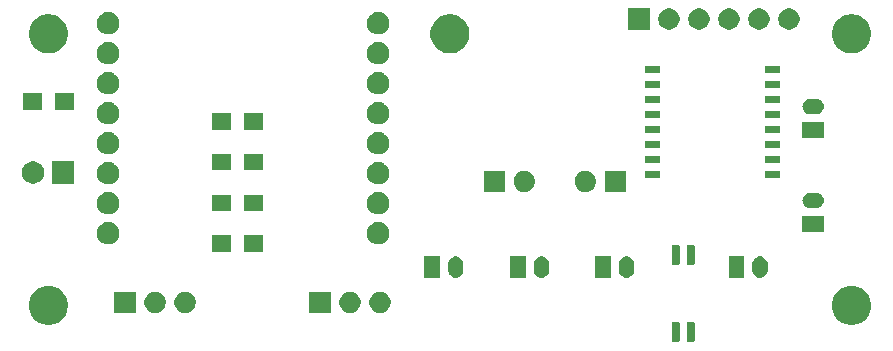
<source format=gbr>
G04 #@! TF.GenerationSoftware,KiCad,Pcbnew,5.1.5-52549c5~84~ubuntu18.04.1*
G04 #@! TF.CreationDate,2020-01-11T10:09:31+01:00*
G04 #@! TF.ProjectId,ESPControllerCircuit,45535043-6f6e-4747-926f-6c6c65724369,rev?*
G04 #@! TF.SameCoordinates,Original*
G04 #@! TF.FileFunction,Soldermask,Top*
G04 #@! TF.FilePolarity,Negative*
%FSLAX46Y46*%
G04 Gerber Fmt 4.6, Leading zero omitted, Abs format (unit mm)*
G04 Created by KiCad (PCBNEW 5.1.5-52549c5~84~ubuntu18.04.1) date 2020-01-11 10:09:31*
%MOMM*%
%LPD*%
G04 APERTURE LIST*
%ADD10C,0.100000*%
G04 APERTURE END LIST*
D10*
G36*
X130629987Y-129901524D02*
G01*
X130648730Y-129907210D01*
X130665997Y-129916439D01*
X130681136Y-129928864D01*
X130693561Y-129944003D01*
X130702790Y-129961270D01*
X130708476Y-129980013D01*
X130711000Y-130005640D01*
X130711000Y-131494360D01*
X130708476Y-131519987D01*
X130702790Y-131538730D01*
X130693561Y-131555997D01*
X130681136Y-131571136D01*
X130665997Y-131583561D01*
X130648730Y-131592790D01*
X130629987Y-131598476D01*
X130604360Y-131601000D01*
X130165640Y-131601000D01*
X130140013Y-131598476D01*
X130121270Y-131592790D01*
X130104003Y-131583561D01*
X130088864Y-131571136D01*
X130076439Y-131555997D01*
X130067210Y-131538730D01*
X130061524Y-131519987D01*
X130059000Y-131494360D01*
X130059000Y-130005640D01*
X130061524Y-129980013D01*
X130067210Y-129961270D01*
X130076439Y-129944003D01*
X130088864Y-129928864D01*
X130104003Y-129916439D01*
X130121270Y-129907210D01*
X130140013Y-129901524D01*
X130165640Y-129899000D01*
X130604360Y-129899000D01*
X130629987Y-129901524D01*
G37*
G36*
X129359987Y-129901524D02*
G01*
X129378730Y-129907210D01*
X129395997Y-129916439D01*
X129411136Y-129928864D01*
X129423561Y-129944003D01*
X129432790Y-129961270D01*
X129438476Y-129980013D01*
X129441000Y-130005640D01*
X129441000Y-131494360D01*
X129438476Y-131519987D01*
X129432790Y-131538730D01*
X129423561Y-131555997D01*
X129411136Y-131571136D01*
X129395997Y-131583561D01*
X129378730Y-131592790D01*
X129359987Y-131598476D01*
X129334360Y-131601000D01*
X128895640Y-131601000D01*
X128870013Y-131598476D01*
X128851270Y-131592790D01*
X128834003Y-131583561D01*
X128818864Y-131571136D01*
X128806439Y-131555997D01*
X128797210Y-131538730D01*
X128791524Y-131519987D01*
X128789000Y-131494360D01*
X128789000Y-130005640D01*
X128791524Y-129980013D01*
X128797210Y-129961270D01*
X128806439Y-129944003D01*
X128818864Y-129928864D01*
X128834003Y-129916439D01*
X128851270Y-129907210D01*
X128870013Y-129901524D01*
X128895640Y-129899000D01*
X129334360Y-129899000D01*
X129359987Y-129901524D01*
G37*
G36*
X144375256Y-126891298D02*
G01*
X144481579Y-126912447D01*
X144782042Y-127036903D01*
X145052451Y-127217585D01*
X145282415Y-127447549D01*
X145463097Y-127717958D01*
X145574616Y-127987188D01*
X145587553Y-128018422D01*
X145651000Y-128337389D01*
X145651000Y-128662611D01*
X145618827Y-128824353D01*
X145587553Y-128981579D01*
X145463097Y-129282042D01*
X145282415Y-129552451D01*
X145052451Y-129782415D01*
X144782042Y-129963097D01*
X144782041Y-129963098D01*
X144782040Y-129963098D01*
X144741203Y-129980013D01*
X144481579Y-130087553D01*
X144375256Y-130108702D01*
X144162611Y-130151000D01*
X143837389Y-130151000D01*
X143624744Y-130108702D01*
X143518421Y-130087553D01*
X143258797Y-129980013D01*
X143217960Y-129963098D01*
X143217959Y-129963098D01*
X143217958Y-129963097D01*
X142947549Y-129782415D01*
X142717585Y-129552451D01*
X142536903Y-129282042D01*
X142412447Y-128981579D01*
X142381173Y-128824353D01*
X142349000Y-128662611D01*
X142349000Y-128337389D01*
X142412447Y-128018422D01*
X142425385Y-127987188D01*
X142536903Y-127717958D01*
X142717585Y-127447549D01*
X142947549Y-127217585D01*
X143217958Y-127036903D01*
X143518421Y-126912447D01*
X143624744Y-126891298D01*
X143837389Y-126849000D01*
X144162611Y-126849000D01*
X144375256Y-126891298D01*
G37*
G36*
X76375256Y-126891298D02*
G01*
X76481579Y-126912447D01*
X76782042Y-127036903D01*
X77052451Y-127217585D01*
X77282415Y-127447549D01*
X77463097Y-127717958D01*
X77574616Y-127987188D01*
X77587553Y-128018422D01*
X77651000Y-128337389D01*
X77651000Y-128662611D01*
X77618827Y-128824353D01*
X77587553Y-128981579D01*
X77463097Y-129282042D01*
X77282415Y-129552451D01*
X77052451Y-129782415D01*
X76782042Y-129963097D01*
X76782041Y-129963098D01*
X76782040Y-129963098D01*
X76741203Y-129980013D01*
X76481579Y-130087553D01*
X76375256Y-130108702D01*
X76162611Y-130151000D01*
X75837389Y-130151000D01*
X75624744Y-130108702D01*
X75518421Y-130087553D01*
X75258797Y-129980013D01*
X75217960Y-129963098D01*
X75217959Y-129963098D01*
X75217958Y-129963097D01*
X74947549Y-129782415D01*
X74717585Y-129552451D01*
X74536903Y-129282042D01*
X74412447Y-128981579D01*
X74381173Y-128824353D01*
X74349000Y-128662611D01*
X74349000Y-128337389D01*
X74412447Y-128018422D01*
X74425385Y-127987188D01*
X74536903Y-127717958D01*
X74717585Y-127447549D01*
X74947549Y-127217585D01*
X75217958Y-127036903D01*
X75518421Y-126912447D01*
X75624744Y-126891298D01*
X75837389Y-126849000D01*
X76162611Y-126849000D01*
X76375256Y-126891298D01*
G37*
G36*
X101653512Y-127353927D02*
G01*
X101802812Y-127383624D01*
X101966784Y-127451544D01*
X102114354Y-127550147D01*
X102239853Y-127675646D01*
X102338456Y-127823216D01*
X102406376Y-127987188D01*
X102441000Y-128161259D01*
X102441000Y-128338741D01*
X102406376Y-128512812D01*
X102338456Y-128676784D01*
X102239853Y-128824354D01*
X102114354Y-128949853D01*
X101966784Y-129048456D01*
X101802812Y-129116376D01*
X101653512Y-129146073D01*
X101628742Y-129151000D01*
X101451258Y-129151000D01*
X101426488Y-129146073D01*
X101277188Y-129116376D01*
X101113216Y-129048456D01*
X100965646Y-128949853D01*
X100840147Y-128824354D01*
X100741544Y-128676784D01*
X100673624Y-128512812D01*
X100639000Y-128338741D01*
X100639000Y-128161259D01*
X100673624Y-127987188D01*
X100741544Y-127823216D01*
X100840147Y-127675646D01*
X100965646Y-127550147D01*
X101113216Y-127451544D01*
X101277188Y-127383624D01*
X101426488Y-127353927D01*
X101451258Y-127349000D01*
X101628742Y-127349000D01*
X101653512Y-127353927D01*
G37*
G36*
X99901000Y-129151000D02*
G01*
X98099000Y-129151000D01*
X98099000Y-127349000D01*
X99901000Y-127349000D01*
X99901000Y-129151000D01*
G37*
G36*
X87693512Y-127353927D02*
G01*
X87842812Y-127383624D01*
X88006784Y-127451544D01*
X88154354Y-127550147D01*
X88279853Y-127675646D01*
X88378456Y-127823216D01*
X88446376Y-127987188D01*
X88481000Y-128161259D01*
X88481000Y-128338741D01*
X88446376Y-128512812D01*
X88378456Y-128676784D01*
X88279853Y-128824354D01*
X88154354Y-128949853D01*
X88006784Y-129048456D01*
X87842812Y-129116376D01*
X87693512Y-129146073D01*
X87668742Y-129151000D01*
X87491258Y-129151000D01*
X87466488Y-129146073D01*
X87317188Y-129116376D01*
X87153216Y-129048456D01*
X87005646Y-128949853D01*
X86880147Y-128824354D01*
X86781544Y-128676784D01*
X86713624Y-128512812D01*
X86679000Y-128338741D01*
X86679000Y-128161259D01*
X86713624Y-127987188D01*
X86781544Y-127823216D01*
X86880147Y-127675646D01*
X87005646Y-127550147D01*
X87153216Y-127451544D01*
X87317188Y-127383624D01*
X87466488Y-127353927D01*
X87491258Y-127349000D01*
X87668742Y-127349000D01*
X87693512Y-127353927D01*
G37*
G36*
X85153512Y-127353927D02*
G01*
X85302812Y-127383624D01*
X85466784Y-127451544D01*
X85614354Y-127550147D01*
X85739853Y-127675646D01*
X85838456Y-127823216D01*
X85906376Y-127987188D01*
X85941000Y-128161259D01*
X85941000Y-128338741D01*
X85906376Y-128512812D01*
X85838456Y-128676784D01*
X85739853Y-128824354D01*
X85614354Y-128949853D01*
X85466784Y-129048456D01*
X85302812Y-129116376D01*
X85153512Y-129146073D01*
X85128742Y-129151000D01*
X84951258Y-129151000D01*
X84926488Y-129146073D01*
X84777188Y-129116376D01*
X84613216Y-129048456D01*
X84465646Y-128949853D01*
X84340147Y-128824354D01*
X84241544Y-128676784D01*
X84173624Y-128512812D01*
X84139000Y-128338741D01*
X84139000Y-128161259D01*
X84173624Y-127987188D01*
X84241544Y-127823216D01*
X84340147Y-127675646D01*
X84465646Y-127550147D01*
X84613216Y-127451544D01*
X84777188Y-127383624D01*
X84926488Y-127353927D01*
X84951258Y-127349000D01*
X85128742Y-127349000D01*
X85153512Y-127353927D01*
G37*
G36*
X83401000Y-129151000D02*
G01*
X81599000Y-129151000D01*
X81599000Y-127349000D01*
X83401000Y-127349000D01*
X83401000Y-129151000D01*
G37*
G36*
X104193512Y-127353927D02*
G01*
X104342812Y-127383624D01*
X104506784Y-127451544D01*
X104654354Y-127550147D01*
X104779853Y-127675646D01*
X104878456Y-127823216D01*
X104946376Y-127987188D01*
X104981000Y-128161259D01*
X104981000Y-128338741D01*
X104946376Y-128512812D01*
X104878456Y-128676784D01*
X104779853Y-128824354D01*
X104654354Y-128949853D01*
X104506784Y-129048456D01*
X104342812Y-129116376D01*
X104193512Y-129146073D01*
X104168742Y-129151000D01*
X103991258Y-129151000D01*
X103966488Y-129146073D01*
X103817188Y-129116376D01*
X103653216Y-129048456D01*
X103505646Y-128949853D01*
X103380147Y-128824354D01*
X103281544Y-128676784D01*
X103213624Y-128512812D01*
X103179000Y-128338741D01*
X103179000Y-128161259D01*
X103213624Y-127987188D01*
X103281544Y-127823216D01*
X103380147Y-127675646D01*
X103505646Y-127550147D01*
X103653216Y-127451544D01*
X103817188Y-127383624D01*
X103966488Y-127353927D01*
X103991258Y-127349000D01*
X104168742Y-127349000D01*
X104193512Y-127353927D01*
G37*
G36*
X117877617Y-124358420D02*
G01*
X117968403Y-124385960D01*
X118000335Y-124395646D01*
X118113424Y-124456094D01*
X118212554Y-124537447D01*
X118293906Y-124636575D01*
X118354354Y-124749664D01*
X118364040Y-124781596D01*
X118391580Y-124872382D01*
X118401000Y-124968027D01*
X118401000Y-125531973D01*
X118391580Y-125627618D01*
X118364040Y-125718404D01*
X118354354Y-125750336D01*
X118293906Y-125863425D01*
X118212554Y-125962554D01*
X118113425Y-126043906D01*
X118000336Y-126104354D01*
X117968404Y-126114040D01*
X117877618Y-126141580D01*
X117750000Y-126154149D01*
X117622383Y-126141580D01*
X117531597Y-126114040D01*
X117499665Y-126104354D01*
X117386576Y-126043906D01*
X117287447Y-125962553D01*
X117206094Y-125863425D01*
X117145646Y-125750336D01*
X117135960Y-125718404D01*
X117108420Y-125627618D01*
X117099000Y-125531973D01*
X117099000Y-124968028D01*
X117108420Y-124872383D01*
X117145645Y-124749669D01*
X117145646Y-124749665D01*
X117206094Y-124636576D01*
X117287447Y-124537446D01*
X117386575Y-124456094D01*
X117499664Y-124395646D01*
X117531596Y-124385960D01*
X117622382Y-124358420D01*
X117750000Y-124345851D01*
X117877617Y-124358420D01*
G37*
G36*
X110627617Y-124358420D02*
G01*
X110718403Y-124385960D01*
X110750335Y-124395646D01*
X110863424Y-124456094D01*
X110962554Y-124537447D01*
X111043906Y-124636575D01*
X111104354Y-124749664D01*
X111114040Y-124781596D01*
X111141580Y-124872382D01*
X111151000Y-124968027D01*
X111151000Y-125531973D01*
X111141580Y-125627618D01*
X111114040Y-125718404D01*
X111104354Y-125750336D01*
X111043906Y-125863425D01*
X110962554Y-125962554D01*
X110863425Y-126043906D01*
X110750336Y-126104354D01*
X110718404Y-126114040D01*
X110627618Y-126141580D01*
X110500000Y-126154149D01*
X110372383Y-126141580D01*
X110281597Y-126114040D01*
X110249665Y-126104354D01*
X110136576Y-126043906D01*
X110037447Y-125962553D01*
X109956094Y-125863425D01*
X109895646Y-125750336D01*
X109885960Y-125718404D01*
X109858420Y-125627618D01*
X109849000Y-125531973D01*
X109849000Y-124968028D01*
X109858420Y-124872383D01*
X109895645Y-124749669D01*
X109895646Y-124749665D01*
X109956094Y-124636576D01*
X110037447Y-124537446D01*
X110136575Y-124456094D01*
X110249664Y-124395646D01*
X110281596Y-124385960D01*
X110372382Y-124358420D01*
X110500000Y-124345851D01*
X110627617Y-124358420D01*
G37*
G36*
X125077617Y-124358420D02*
G01*
X125168403Y-124385960D01*
X125200335Y-124395646D01*
X125313424Y-124456094D01*
X125412554Y-124537447D01*
X125493906Y-124636575D01*
X125554354Y-124749664D01*
X125564040Y-124781596D01*
X125591580Y-124872382D01*
X125601000Y-124968027D01*
X125601000Y-125531973D01*
X125591580Y-125627618D01*
X125564040Y-125718404D01*
X125554354Y-125750336D01*
X125493906Y-125863425D01*
X125412554Y-125962554D01*
X125313425Y-126043906D01*
X125200336Y-126104354D01*
X125168404Y-126114040D01*
X125077618Y-126141580D01*
X124950000Y-126154149D01*
X124822383Y-126141580D01*
X124731597Y-126114040D01*
X124699665Y-126104354D01*
X124586576Y-126043906D01*
X124487447Y-125962553D01*
X124406094Y-125863425D01*
X124345646Y-125750336D01*
X124335960Y-125718404D01*
X124308420Y-125627618D01*
X124299000Y-125531973D01*
X124299000Y-124968028D01*
X124308420Y-124872383D01*
X124345645Y-124749669D01*
X124345646Y-124749665D01*
X124406094Y-124636576D01*
X124487447Y-124537446D01*
X124586575Y-124456094D01*
X124699664Y-124395646D01*
X124731596Y-124385960D01*
X124822382Y-124358420D01*
X124950000Y-124345851D01*
X125077617Y-124358420D01*
G37*
G36*
X136377617Y-124358420D02*
G01*
X136468403Y-124385960D01*
X136500335Y-124395646D01*
X136613424Y-124456094D01*
X136712554Y-124537447D01*
X136793906Y-124636575D01*
X136854354Y-124749664D01*
X136864040Y-124781596D01*
X136891580Y-124872382D01*
X136901000Y-124968027D01*
X136901000Y-125531973D01*
X136891580Y-125627618D01*
X136864040Y-125718404D01*
X136854354Y-125750336D01*
X136793906Y-125863425D01*
X136712554Y-125962554D01*
X136613425Y-126043906D01*
X136500336Y-126104354D01*
X136468404Y-126114040D01*
X136377618Y-126141580D01*
X136250000Y-126154149D01*
X136122383Y-126141580D01*
X136031597Y-126114040D01*
X135999665Y-126104354D01*
X135886576Y-126043906D01*
X135787447Y-125962553D01*
X135706094Y-125863425D01*
X135645646Y-125750336D01*
X135635960Y-125718404D01*
X135608420Y-125627618D01*
X135599000Y-125531973D01*
X135599000Y-124968028D01*
X135608420Y-124872383D01*
X135645645Y-124749669D01*
X135645646Y-124749665D01*
X135706094Y-124636576D01*
X135787447Y-124537446D01*
X135886575Y-124456094D01*
X135999664Y-124395646D01*
X136031596Y-124385960D01*
X136122382Y-124358420D01*
X136250000Y-124345851D01*
X136377617Y-124358420D01*
G37*
G36*
X134901000Y-126151000D02*
G01*
X133599000Y-126151000D01*
X133599000Y-124349000D01*
X134901000Y-124349000D01*
X134901000Y-126151000D01*
G37*
G36*
X123601000Y-126151000D02*
G01*
X122299000Y-126151000D01*
X122299000Y-124349000D01*
X123601000Y-124349000D01*
X123601000Y-126151000D01*
G37*
G36*
X116401000Y-126151000D02*
G01*
X115099000Y-126151000D01*
X115099000Y-124349000D01*
X116401000Y-124349000D01*
X116401000Y-126151000D01*
G37*
G36*
X109151000Y-126151000D02*
G01*
X107849000Y-126151000D01*
X107849000Y-124349000D01*
X109151000Y-124349000D01*
X109151000Y-126151000D01*
G37*
G36*
X129359987Y-123401524D02*
G01*
X129378730Y-123407210D01*
X129395997Y-123416439D01*
X129411136Y-123428864D01*
X129423561Y-123444003D01*
X129432790Y-123461270D01*
X129438476Y-123480013D01*
X129441000Y-123505640D01*
X129441000Y-124994360D01*
X129438476Y-125019987D01*
X129432790Y-125038730D01*
X129423561Y-125055997D01*
X129411136Y-125071136D01*
X129395997Y-125083561D01*
X129378730Y-125092790D01*
X129359987Y-125098476D01*
X129334360Y-125101000D01*
X128895640Y-125101000D01*
X128870013Y-125098476D01*
X128851270Y-125092790D01*
X128834003Y-125083561D01*
X128818864Y-125071136D01*
X128806439Y-125055997D01*
X128797210Y-125038730D01*
X128791524Y-125019987D01*
X128789000Y-124994360D01*
X128789000Y-123505640D01*
X128791524Y-123480013D01*
X128797210Y-123461270D01*
X128806439Y-123444003D01*
X128818864Y-123428864D01*
X128834003Y-123416439D01*
X128851270Y-123407210D01*
X128870013Y-123401524D01*
X128895640Y-123399000D01*
X129334360Y-123399000D01*
X129359987Y-123401524D01*
G37*
G36*
X130629987Y-123401524D02*
G01*
X130648730Y-123407210D01*
X130665997Y-123416439D01*
X130681136Y-123428864D01*
X130693561Y-123444003D01*
X130702790Y-123461270D01*
X130708476Y-123480013D01*
X130711000Y-123505640D01*
X130711000Y-124994360D01*
X130708476Y-125019987D01*
X130702790Y-125038730D01*
X130693561Y-125055997D01*
X130681136Y-125071136D01*
X130665997Y-125083561D01*
X130648730Y-125092790D01*
X130629987Y-125098476D01*
X130604360Y-125101000D01*
X130165640Y-125101000D01*
X130140013Y-125098476D01*
X130121270Y-125092790D01*
X130104003Y-125083561D01*
X130088864Y-125071136D01*
X130076439Y-125055997D01*
X130067210Y-125038730D01*
X130061524Y-125019987D01*
X130059000Y-124994360D01*
X130059000Y-123505640D01*
X130061524Y-123480013D01*
X130067210Y-123461270D01*
X130076439Y-123444003D01*
X130088864Y-123428864D01*
X130104003Y-123416439D01*
X130121270Y-123407210D01*
X130140013Y-123401524D01*
X130165640Y-123399000D01*
X130604360Y-123399000D01*
X130629987Y-123401524D01*
G37*
G36*
X91451000Y-123951000D02*
G01*
X89849000Y-123951000D01*
X89849000Y-122549000D01*
X91451000Y-122549000D01*
X91451000Y-123951000D01*
G37*
G36*
X94151000Y-123951000D02*
G01*
X92549000Y-123951000D01*
X92549000Y-122549000D01*
X94151000Y-122549000D01*
X94151000Y-123951000D01*
G37*
G36*
X104207395Y-121475546D02*
G01*
X104380466Y-121547234D01*
X104380467Y-121547235D01*
X104536227Y-121651310D01*
X104668690Y-121783773D01*
X104668691Y-121783775D01*
X104772766Y-121939534D01*
X104844454Y-122112605D01*
X104881000Y-122296333D01*
X104881000Y-122483667D01*
X104844454Y-122667395D01*
X104772766Y-122840466D01*
X104772765Y-122840467D01*
X104668690Y-122996227D01*
X104536227Y-123128690D01*
X104457818Y-123181081D01*
X104380466Y-123232766D01*
X104207395Y-123304454D01*
X104023667Y-123341000D01*
X103836333Y-123341000D01*
X103652605Y-123304454D01*
X103479534Y-123232766D01*
X103402182Y-123181081D01*
X103323773Y-123128690D01*
X103191310Y-122996227D01*
X103087235Y-122840467D01*
X103087234Y-122840466D01*
X103015546Y-122667395D01*
X102979000Y-122483667D01*
X102979000Y-122296333D01*
X103015546Y-122112605D01*
X103087234Y-121939534D01*
X103191309Y-121783775D01*
X103191310Y-121783773D01*
X103323773Y-121651310D01*
X103479533Y-121547235D01*
X103479534Y-121547234D01*
X103652605Y-121475546D01*
X103836333Y-121439000D01*
X104023667Y-121439000D01*
X104207395Y-121475546D01*
G37*
G36*
X81347395Y-121475546D02*
G01*
X81520466Y-121547234D01*
X81520467Y-121547235D01*
X81676227Y-121651310D01*
X81808690Y-121783773D01*
X81808691Y-121783775D01*
X81912766Y-121939534D01*
X81984454Y-122112605D01*
X82021000Y-122296333D01*
X82021000Y-122483667D01*
X81984454Y-122667395D01*
X81912766Y-122840466D01*
X81912765Y-122840467D01*
X81808690Y-122996227D01*
X81676227Y-123128690D01*
X81597818Y-123181081D01*
X81520466Y-123232766D01*
X81347395Y-123304454D01*
X81163667Y-123341000D01*
X80976333Y-123341000D01*
X80792605Y-123304454D01*
X80619534Y-123232766D01*
X80542182Y-123181081D01*
X80463773Y-123128690D01*
X80331310Y-122996227D01*
X80227235Y-122840467D01*
X80227234Y-122840466D01*
X80155546Y-122667395D01*
X80119000Y-122483667D01*
X80119000Y-122296333D01*
X80155546Y-122112605D01*
X80227234Y-121939534D01*
X80331309Y-121783775D01*
X80331310Y-121783773D01*
X80463773Y-121651310D01*
X80619533Y-121547235D01*
X80619534Y-121547234D01*
X80792605Y-121475546D01*
X80976333Y-121439000D01*
X81163667Y-121439000D01*
X81347395Y-121475546D01*
G37*
G36*
X141651000Y-122251000D02*
G01*
X139849000Y-122251000D01*
X139849000Y-120949000D01*
X141651000Y-120949000D01*
X141651000Y-122251000D01*
G37*
G36*
X81347395Y-118935546D02*
G01*
X81520466Y-119007234D01*
X81520467Y-119007235D01*
X81676227Y-119111310D01*
X81808690Y-119243773D01*
X81808691Y-119243775D01*
X81912766Y-119399534D01*
X81984454Y-119572605D01*
X82021000Y-119756333D01*
X82021000Y-119943667D01*
X81984454Y-120127395D01*
X81912766Y-120300466D01*
X81912765Y-120300467D01*
X81808690Y-120456227D01*
X81676227Y-120588690D01*
X81597818Y-120641081D01*
X81520466Y-120692766D01*
X81347395Y-120764454D01*
X81163667Y-120801000D01*
X80976333Y-120801000D01*
X80792605Y-120764454D01*
X80619534Y-120692766D01*
X80542182Y-120641081D01*
X80463773Y-120588690D01*
X80331310Y-120456227D01*
X80227235Y-120300467D01*
X80227234Y-120300466D01*
X80155546Y-120127395D01*
X80119000Y-119943667D01*
X80119000Y-119756333D01*
X80155546Y-119572605D01*
X80227234Y-119399534D01*
X80331309Y-119243775D01*
X80331310Y-119243773D01*
X80463773Y-119111310D01*
X80619533Y-119007235D01*
X80619534Y-119007234D01*
X80792605Y-118935546D01*
X80976333Y-118899000D01*
X81163667Y-118899000D01*
X81347395Y-118935546D01*
G37*
G36*
X104207395Y-118935546D02*
G01*
X104380466Y-119007234D01*
X104380467Y-119007235D01*
X104536227Y-119111310D01*
X104668690Y-119243773D01*
X104668691Y-119243775D01*
X104772766Y-119399534D01*
X104844454Y-119572605D01*
X104881000Y-119756333D01*
X104881000Y-119943667D01*
X104844454Y-120127395D01*
X104772766Y-120300466D01*
X104772765Y-120300467D01*
X104668690Y-120456227D01*
X104536227Y-120588690D01*
X104457818Y-120641081D01*
X104380466Y-120692766D01*
X104207395Y-120764454D01*
X104023667Y-120801000D01*
X103836333Y-120801000D01*
X103652605Y-120764454D01*
X103479534Y-120692766D01*
X103402182Y-120641081D01*
X103323773Y-120588690D01*
X103191310Y-120456227D01*
X103087235Y-120300467D01*
X103087234Y-120300466D01*
X103015546Y-120127395D01*
X102979000Y-119943667D01*
X102979000Y-119756333D01*
X103015546Y-119572605D01*
X103087234Y-119399534D01*
X103191309Y-119243775D01*
X103191310Y-119243773D01*
X103323773Y-119111310D01*
X103479533Y-119007235D01*
X103479534Y-119007234D01*
X103652605Y-118935546D01*
X103836333Y-118899000D01*
X104023667Y-118899000D01*
X104207395Y-118935546D01*
G37*
G36*
X91451000Y-120513500D02*
G01*
X89849000Y-120513500D01*
X89849000Y-119111500D01*
X91451000Y-119111500D01*
X91451000Y-120513500D01*
G37*
G36*
X94151000Y-120513500D02*
G01*
X92549000Y-120513500D01*
X92549000Y-119111500D01*
X94151000Y-119111500D01*
X94151000Y-120513500D01*
G37*
G36*
X141063855Y-118952140D02*
G01*
X141127618Y-118958420D01*
X141218404Y-118985960D01*
X141250336Y-118995646D01*
X141363425Y-119056094D01*
X141462554Y-119137446D01*
X141543906Y-119236575D01*
X141604354Y-119349664D01*
X141604355Y-119349668D01*
X141641580Y-119472382D01*
X141654149Y-119600000D01*
X141641580Y-119727618D01*
X141614040Y-119818404D01*
X141604354Y-119850336D01*
X141543906Y-119963425D01*
X141462554Y-120062554D01*
X141363425Y-120143906D01*
X141250336Y-120204354D01*
X141218404Y-120214040D01*
X141127618Y-120241580D01*
X141063855Y-120247860D01*
X141031974Y-120251000D01*
X140468026Y-120251000D01*
X140436145Y-120247860D01*
X140372382Y-120241580D01*
X140281596Y-120214040D01*
X140249664Y-120204354D01*
X140136575Y-120143906D01*
X140037446Y-120062554D01*
X139956094Y-119963425D01*
X139895646Y-119850336D01*
X139885960Y-119818404D01*
X139858420Y-119727618D01*
X139845851Y-119600000D01*
X139858420Y-119472382D01*
X139895645Y-119349668D01*
X139895646Y-119349664D01*
X139956094Y-119236575D01*
X140037446Y-119137446D01*
X140136575Y-119056094D01*
X140249664Y-118995646D01*
X140281596Y-118985960D01*
X140372382Y-118958420D01*
X140436145Y-118952140D01*
X140468026Y-118949000D01*
X141031974Y-118949000D01*
X141063855Y-118952140D01*
G37*
G36*
X121573512Y-117103927D02*
G01*
X121722812Y-117133624D01*
X121886784Y-117201544D01*
X122034354Y-117300147D01*
X122159853Y-117425646D01*
X122258456Y-117573216D01*
X122326376Y-117737188D01*
X122356073Y-117886488D01*
X122361000Y-117911258D01*
X122361000Y-118088742D01*
X122356073Y-118113512D01*
X122326376Y-118262812D01*
X122258456Y-118426784D01*
X122159853Y-118574354D01*
X122034354Y-118699853D01*
X121886784Y-118798456D01*
X121722812Y-118866376D01*
X121573512Y-118896073D01*
X121548742Y-118901000D01*
X121371258Y-118901000D01*
X121346488Y-118896073D01*
X121197188Y-118866376D01*
X121033216Y-118798456D01*
X120885646Y-118699853D01*
X120760147Y-118574354D01*
X120661544Y-118426784D01*
X120593624Y-118262812D01*
X120563927Y-118113512D01*
X120559000Y-118088742D01*
X120559000Y-117911258D01*
X120563927Y-117886488D01*
X120593624Y-117737188D01*
X120661544Y-117573216D01*
X120760147Y-117425646D01*
X120885646Y-117300147D01*
X121033216Y-117201544D01*
X121197188Y-117133624D01*
X121346488Y-117103927D01*
X121371258Y-117099000D01*
X121548742Y-117099000D01*
X121573512Y-117103927D01*
G37*
G36*
X114651000Y-118901000D02*
G01*
X112849000Y-118901000D01*
X112849000Y-117099000D01*
X114651000Y-117099000D01*
X114651000Y-118901000D01*
G37*
G36*
X116403512Y-117103927D02*
G01*
X116552812Y-117133624D01*
X116716784Y-117201544D01*
X116864354Y-117300147D01*
X116989853Y-117425646D01*
X117088456Y-117573216D01*
X117156376Y-117737188D01*
X117186073Y-117886488D01*
X117191000Y-117911258D01*
X117191000Y-118088742D01*
X117186073Y-118113512D01*
X117156376Y-118262812D01*
X117088456Y-118426784D01*
X116989853Y-118574354D01*
X116864354Y-118699853D01*
X116716784Y-118798456D01*
X116552812Y-118866376D01*
X116403512Y-118896073D01*
X116378742Y-118901000D01*
X116201258Y-118901000D01*
X116176488Y-118896073D01*
X116027188Y-118866376D01*
X115863216Y-118798456D01*
X115715646Y-118699853D01*
X115590147Y-118574354D01*
X115491544Y-118426784D01*
X115423624Y-118262812D01*
X115393927Y-118113512D01*
X115389000Y-118088742D01*
X115389000Y-117911258D01*
X115393927Y-117886488D01*
X115423624Y-117737188D01*
X115491544Y-117573216D01*
X115590147Y-117425646D01*
X115715646Y-117300147D01*
X115863216Y-117201544D01*
X116027188Y-117133624D01*
X116176488Y-117103927D01*
X116201258Y-117099000D01*
X116378742Y-117099000D01*
X116403512Y-117103927D01*
G37*
G36*
X124901000Y-118901000D02*
G01*
X123099000Y-118901000D01*
X123099000Y-117099000D01*
X124901000Y-117099000D01*
X124901000Y-118901000D01*
G37*
G36*
X81347395Y-116395546D02*
G01*
X81520466Y-116467234D01*
X81586429Y-116511309D01*
X81676227Y-116571310D01*
X81808690Y-116703773D01*
X81808691Y-116703775D01*
X81912766Y-116859534D01*
X81984454Y-117032605D01*
X82021000Y-117216333D01*
X82021000Y-117403667D01*
X81984454Y-117587395D01*
X81912766Y-117760466D01*
X81912765Y-117760467D01*
X81808690Y-117916227D01*
X81676227Y-118048690D01*
X81616286Y-118088741D01*
X81520466Y-118152766D01*
X81347395Y-118224454D01*
X81163667Y-118261000D01*
X80976333Y-118261000D01*
X80792605Y-118224454D01*
X80619534Y-118152766D01*
X80523714Y-118088741D01*
X80463773Y-118048690D01*
X80331310Y-117916227D01*
X80227235Y-117760467D01*
X80227234Y-117760466D01*
X80155546Y-117587395D01*
X80119000Y-117403667D01*
X80119000Y-117216333D01*
X80155546Y-117032605D01*
X80227234Y-116859534D01*
X80331309Y-116703775D01*
X80331310Y-116703773D01*
X80463773Y-116571310D01*
X80553571Y-116511309D01*
X80619534Y-116467234D01*
X80792605Y-116395546D01*
X80976333Y-116359000D01*
X81163667Y-116359000D01*
X81347395Y-116395546D01*
G37*
G36*
X104207395Y-116395546D02*
G01*
X104380466Y-116467234D01*
X104446429Y-116511309D01*
X104536227Y-116571310D01*
X104668690Y-116703773D01*
X104668691Y-116703775D01*
X104772766Y-116859534D01*
X104844454Y-117032605D01*
X104881000Y-117216333D01*
X104881000Y-117403667D01*
X104844454Y-117587395D01*
X104772766Y-117760466D01*
X104772765Y-117760467D01*
X104668690Y-117916227D01*
X104536227Y-118048690D01*
X104476286Y-118088741D01*
X104380466Y-118152766D01*
X104207395Y-118224454D01*
X104023667Y-118261000D01*
X103836333Y-118261000D01*
X103652605Y-118224454D01*
X103479534Y-118152766D01*
X103383714Y-118088741D01*
X103323773Y-118048690D01*
X103191310Y-117916227D01*
X103087235Y-117760467D01*
X103087234Y-117760466D01*
X103015546Y-117587395D01*
X102979000Y-117403667D01*
X102979000Y-117216333D01*
X103015546Y-117032605D01*
X103087234Y-116859534D01*
X103191309Y-116703775D01*
X103191310Y-116703773D01*
X103323773Y-116571310D01*
X103413571Y-116511309D01*
X103479534Y-116467234D01*
X103652605Y-116395546D01*
X103836333Y-116359000D01*
X104023667Y-116359000D01*
X104207395Y-116395546D01*
G37*
G36*
X74987395Y-116335546D02*
G01*
X75160466Y-116407234D01*
X75160467Y-116407235D01*
X75316227Y-116511310D01*
X75448690Y-116643773D01*
X75488782Y-116703775D01*
X75552766Y-116799534D01*
X75624454Y-116972605D01*
X75661000Y-117156333D01*
X75661000Y-117343667D01*
X75624454Y-117527395D01*
X75552766Y-117700466D01*
X75501081Y-117777818D01*
X75448690Y-117856227D01*
X75316227Y-117988690D01*
X75237818Y-118041081D01*
X75160466Y-118092766D01*
X74987395Y-118164454D01*
X74803667Y-118201000D01*
X74616333Y-118201000D01*
X74432605Y-118164454D01*
X74259534Y-118092766D01*
X74182182Y-118041081D01*
X74103773Y-117988690D01*
X73971310Y-117856227D01*
X73918919Y-117777818D01*
X73867234Y-117700466D01*
X73795546Y-117527395D01*
X73759000Y-117343667D01*
X73759000Y-117156333D01*
X73795546Y-116972605D01*
X73867234Y-116799534D01*
X73931218Y-116703775D01*
X73971310Y-116643773D01*
X74103773Y-116511310D01*
X74259533Y-116407235D01*
X74259534Y-116407234D01*
X74432605Y-116335546D01*
X74616333Y-116299000D01*
X74803667Y-116299000D01*
X74987395Y-116335546D01*
G37*
G36*
X78201000Y-118201000D02*
G01*
X76299000Y-118201000D01*
X76299000Y-116299000D01*
X78201000Y-116299000D01*
X78201000Y-118201000D01*
G37*
G36*
X137952500Y-117750000D02*
G01*
X136707500Y-117750000D01*
X136707500Y-117140000D01*
X137952500Y-117140000D01*
X137952500Y-117750000D01*
G37*
G36*
X127792500Y-117750000D02*
G01*
X126547500Y-117750000D01*
X126547500Y-117140000D01*
X127792500Y-117140000D01*
X127792500Y-117750000D01*
G37*
G36*
X94151000Y-117076000D02*
G01*
X92549000Y-117076000D01*
X92549000Y-115674000D01*
X94151000Y-115674000D01*
X94151000Y-117076000D01*
G37*
G36*
X91451000Y-117076000D02*
G01*
X89849000Y-117076000D01*
X89849000Y-115674000D01*
X91451000Y-115674000D01*
X91451000Y-117076000D01*
G37*
G36*
X127792500Y-116480000D02*
G01*
X126547500Y-116480000D01*
X126547500Y-115870000D01*
X127792500Y-115870000D01*
X127792500Y-116480000D01*
G37*
G36*
X137952500Y-116480000D02*
G01*
X136707500Y-116480000D01*
X136707500Y-115870000D01*
X137952500Y-115870000D01*
X137952500Y-116480000D01*
G37*
G36*
X81347395Y-113855546D02*
G01*
X81520466Y-113927234D01*
X81597818Y-113978919D01*
X81676227Y-114031310D01*
X81808690Y-114163773D01*
X81808691Y-114163775D01*
X81912766Y-114319534D01*
X81984454Y-114492605D01*
X82021000Y-114676333D01*
X82021000Y-114863667D01*
X81984454Y-115047395D01*
X81912766Y-115220466D01*
X81912765Y-115220467D01*
X81808690Y-115376227D01*
X81676227Y-115508690D01*
X81597818Y-115561081D01*
X81520466Y-115612766D01*
X81347395Y-115684454D01*
X81163667Y-115721000D01*
X80976333Y-115721000D01*
X80792605Y-115684454D01*
X80619534Y-115612766D01*
X80542182Y-115561081D01*
X80463773Y-115508690D01*
X80331310Y-115376227D01*
X80227235Y-115220467D01*
X80227234Y-115220466D01*
X80155546Y-115047395D01*
X80119000Y-114863667D01*
X80119000Y-114676333D01*
X80155546Y-114492605D01*
X80227234Y-114319534D01*
X80331309Y-114163775D01*
X80331310Y-114163773D01*
X80463773Y-114031310D01*
X80542182Y-113978919D01*
X80619534Y-113927234D01*
X80792605Y-113855546D01*
X80976333Y-113819000D01*
X81163667Y-113819000D01*
X81347395Y-113855546D01*
G37*
G36*
X104207395Y-113855546D02*
G01*
X104380466Y-113927234D01*
X104457818Y-113978919D01*
X104536227Y-114031310D01*
X104668690Y-114163773D01*
X104668691Y-114163775D01*
X104772766Y-114319534D01*
X104844454Y-114492605D01*
X104881000Y-114676333D01*
X104881000Y-114863667D01*
X104844454Y-115047395D01*
X104772766Y-115220466D01*
X104772765Y-115220467D01*
X104668690Y-115376227D01*
X104536227Y-115508690D01*
X104457818Y-115561081D01*
X104380466Y-115612766D01*
X104207395Y-115684454D01*
X104023667Y-115721000D01*
X103836333Y-115721000D01*
X103652605Y-115684454D01*
X103479534Y-115612766D01*
X103402182Y-115561081D01*
X103323773Y-115508690D01*
X103191310Y-115376227D01*
X103087235Y-115220467D01*
X103087234Y-115220466D01*
X103015546Y-115047395D01*
X102979000Y-114863667D01*
X102979000Y-114676333D01*
X103015546Y-114492605D01*
X103087234Y-114319534D01*
X103191309Y-114163775D01*
X103191310Y-114163773D01*
X103323773Y-114031310D01*
X103402182Y-113978919D01*
X103479534Y-113927234D01*
X103652605Y-113855546D01*
X103836333Y-113819000D01*
X104023667Y-113819000D01*
X104207395Y-113855546D01*
G37*
G36*
X127792500Y-115210000D02*
G01*
X126547500Y-115210000D01*
X126547500Y-114600000D01*
X127792500Y-114600000D01*
X127792500Y-115210000D01*
G37*
G36*
X137952500Y-115210000D02*
G01*
X136707500Y-115210000D01*
X136707500Y-114600000D01*
X137952500Y-114600000D01*
X137952500Y-115210000D01*
G37*
G36*
X141651000Y-114301000D02*
G01*
X139849000Y-114301000D01*
X139849000Y-112999000D01*
X141651000Y-112999000D01*
X141651000Y-114301000D01*
G37*
G36*
X127792500Y-113940000D02*
G01*
X126547500Y-113940000D01*
X126547500Y-113330000D01*
X127792500Y-113330000D01*
X127792500Y-113940000D01*
G37*
G36*
X137952500Y-113940000D02*
G01*
X136707500Y-113940000D01*
X136707500Y-113330000D01*
X137952500Y-113330000D01*
X137952500Y-113940000D01*
G37*
G36*
X91451000Y-113638500D02*
G01*
X89849000Y-113638500D01*
X89849000Y-112236500D01*
X91451000Y-112236500D01*
X91451000Y-113638500D01*
G37*
G36*
X94151000Y-113638500D02*
G01*
X92549000Y-113638500D01*
X92549000Y-112236500D01*
X94151000Y-112236500D01*
X94151000Y-113638500D01*
G37*
G36*
X104207395Y-111315546D02*
G01*
X104380466Y-111387234D01*
X104457818Y-111438919D01*
X104536227Y-111491310D01*
X104668690Y-111623773D01*
X104668691Y-111623775D01*
X104772766Y-111779534D01*
X104844454Y-111952605D01*
X104881000Y-112136333D01*
X104881000Y-112323667D01*
X104844454Y-112507395D01*
X104772766Y-112680466D01*
X104772765Y-112680467D01*
X104668690Y-112836227D01*
X104536227Y-112968690D01*
X104457818Y-113021081D01*
X104380466Y-113072766D01*
X104207395Y-113144454D01*
X104023667Y-113181000D01*
X103836333Y-113181000D01*
X103652605Y-113144454D01*
X103479534Y-113072766D01*
X103402182Y-113021081D01*
X103323773Y-112968690D01*
X103191310Y-112836227D01*
X103087235Y-112680467D01*
X103087234Y-112680466D01*
X103015546Y-112507395D01*
X102979000Y-112323667D01*
X102979000Y-112136333D01*
X103015546Y-111952605D01*
X103087234Y-111779534D01*
X103191309Y-111623775D01*
X103191310Y-111623773D01*
X103323773Y-111491310D01*
X103402182Y-111438919D01*
X103479534Y-111387234D01*
X103652605Y-111315546D01*
X103836333Y-111279000D01*
X104023667Y-111279000D01*
X104207395Y-111315546D01*
G37*
G36*
X81347395Y-111315546D02*
G01*
X81520466Y-111387234D01*
X81597818Y-111438919D01*
X81676227Y-111491310D01*
X81808690Y-111623773D01*
X81808691Y-111623775D01*
X81912766Y-111779534D01*
X81984454Y-111952605D01*
X82021000Y-112136333D01*
X82021000Y-112323667D01*
X81984454Y-112507395D01*
X81912766Y-112680466D01*
X81912765Y-112680467D01*
X81808690Y-112836227D01*
X81676227Y-112968690D01*
X81597818Y-113021081D01*
X81520466Y-113072766D01*
X81347395Y-113144454D01*
X81163667Y-113181000D01*
X80976333Y-113181000D01*
X80792605Y-113144454D01*
X80619534Y-113072766D01*
X80542182Y-113021081D01*
X80463773Y-112968690D01*
X80331310Y-112836227D01*
X80227235Y-112680467D01*
X80227234Y-112680466D01*
X80155546Y-112507395D01*
X80119000Y-112323667D01*
X80119000Y-112136333D01*
X80155546Y-111952605D01*
X80227234Y-111779534D01*
X80331309Y-111623775D01*
X80331310Y-111623773D01*
X80463773Y-111491310D01*
X80542182Y-111438919D01*
X80619534Y-111387234D01*
X80792605Y-111315546D01*
X80976333Y-111279000D01*
X81163667Y-111279000D01*
X81347395Y-111315546D01*
G37*
G36*
X127792500Y-112670000D02*
G01*
X126547500Y-112670000D01*
X126547500Y-112060000D01*
X127792500Y-112060000D01*
X127792500Y-112670000D01*
G37*
G36*
X137952500Y-112670000D02*
G01*
X136707500Y-112670000D01*
X136707500Y-112060000D01*
X137952500Y-112060000D01*
X137952500Y-112670000D01*
G37*
G36*
X141063855Y-111002140D02*
G01*
X141127618Y-111008420D01*
X141218404Y-111035960D01*
X141250336Y-111045646D01*
X141363425Y-111106094D01*
X141462554Y-111187446D01*
X141543906Y-111286575D01*
X141604354Y-111399664D01*
X141604355Y-111399668D01*
X141641580Y-111522382D01*
X141654149Y-111650000D01*
X141641580Y-111777618D01*
X141614040Y-111868404D01*
X141604354Y-111900336D01*
X141543906Y-112013425D01*
X141462554Y-112112554D01*
X141363425Y-112193906D01*
X141250336Y-112254354D01*
X141218404Y-112264040D01*
X141127618Y-112291580D01*
X141063855Y-112297860D01*
X141031974Y-112301000D01*
X140468026Y-112301000D01*
X140436145Y-112297860D01*
X140372382Y-112291580D01*
X140281596Y-112264040D01*
X140249664Y-112254354D01*
X140136575Y-112193906D01*
X140037446Y-112112554D01*
X139956094Y-112013425D01*
X139895646Y-111900336D01*
X139885960Y-111868404D01*
X139858420Y-111777618D01*
X139845851Y-111650000D01*
X139858420Y-111522382D01*
X139895645Y-111399668D01*
X139895646Y-111399664D01*
X139956094Y-111286575D01*
X140037446Y-111187446D01*
X140136575Y-111106094D01*
X140249664Y-111045646D01*
X140281596Y-111035960D01*
X140372382Y-111008420D01*
X140436145Y-111002140D01*
X140468026Y-110999000D01*
X141031974Y-110999000D01*
X141063855Y-111002140D01*
G37*
G36*
X75451000Y-111951000D02*
G01*
X73849000Y-111951000D01*
X73849000Y-110549000D01*
X75451000Y-110549000D01*
X75451000Y-111951000D01*
G37*
G36*
X78151000Y-111951000D02*
G01*
X76549000Y-111951000D01*
X76549000Y-110549000D01*
X78151000Y-110549000D01*
X78151000Y-111951000D01*
G37*
G36*
X127792500Y-111400000D02*
G01*
X126547500Y-111400000D01*
X126547500Y-110790000D01*
X127792500Y-110790000D01*
X127792500Y-111400000D01*
G37*
G36*
X137952500Y-111400000D02*
G01*
X136707500Y-111400000D01*
X136707500Y-110790000D01*
X137952500Y-110790000D01*
X137952500Y-111400000D01*
G37*
G36*
X104207395Y-108775546D02*
G01*
X104380466Y-108847234D01*
X104457818Y-108898919D01*
X104536227Y-108951310D01*
X104668690Y-109083773D01*
X104668691Y-109083775D01*
X104772766Y-109239534D01*
X104844454Y-109412605D01*
X104881000Y-109596333D01*
X104881000Y-109783667D01*
X104844454Y-109967395D01*
X104772766Y-110140466D01*
X104772765Y-110140467D01*
X104668690Y-110296227D01*
X104536227Y-110428690D01*
X104457818Y-110481081D01*
X104380466Y-110532766D01*
X104207395Y-110604454D01*
X104023667Y-110641000D01*
X103836333Y-110641000D01*
X103652605Y-110604454D01*
X103479534Y-110532766D01*
X103402182Y-110481081D01*
X103323773Y-110428690D01*
X103191310Y-110296227D01*
X103087235Y-110140467D01*
X103087234Y-110140466D01*
X103015546Y-109967395D01*
X102979000Y-109783667D01*
X102979000Y-109596333D01*
X103015546Y-109412605D01*
X103087234Y-109239534D01*
X103191309Y-109083775D01*
X103191310Y-109083773D01*
X103323773Y-108951310D01*
X103402182Y-108898919D01*
X103479534Y-108847234D01*
X103652605Y-108775546D01*
X103836333Y-108739000D01*
X104023667Y-108739000D01*
X104207395Y-108775546D01*
G37*
G36*
X81347395Y-108775546D02*
G01*
X81520466Y-108847234D01*
X81597818Y-108898919D01*
X81676227Y-108951310D01*
X81808690Y-109083773D01*
X81808691Y-109083775D01*
X81912766Y-109239534D01*
X81984454Y-109412605D01*
X82021000Y-109596333D01*
X82021000Y-109783667D01*
X81984454Y-109967395D01*
X81912766Y-110140466D01*
X81912765Y-110140467D01*
X81808690Y-110296227D01*
X81676227Y-110428690D01*
X81597818Y-110481081D01*
X81520466Y-110532766D01*
X81347395Y-110604454D01*
X81163667Y-110641000D01*
X80976333Y-110641000D01*
X80792605Y-110604454D01*
X80619534Y-110532766D01*
X80542182Y-110481081D01*
X80463773Y-110428690D01*
X80331310Y-110296227D01*
X80227235Y-110140467D01*
X80227234Y-110140466D01*
X80155546Y-109967395D01*
X80119000Y-109783667D01*
X80119000Y-109596333D01*
X80155546Y-109412605D01*
X80227234Y-109239534D01*
X80331309Y-109083775D01*
X80331310Y-109083773D01*
X80463773Y-108951310D01*
X80542182Y-108898919D01*
X80619534Y-108847234D01*
X80792605Y-108775546D01*
X80976333Y-108739000D01*
X81163667Y-108739000D01*
X81347395Y-108775546D01*
G37*
G36*
X127792500Y-110130000D02*
G01*
X126547500Y-110130000D01*
X126547500Y-109520000D01*
X127792500Y-109520000D01*
X127792500Y-110130000D01*
G37*
G36*
X137952500Y-110130000D02*
G01*
X136707500Y-110130000D01*
X136707500Y-109520000D01*
X137952500Y-109520000D01*
X137952500Y-110130000D01*
G37*
G36*
X137952500Y-108860000D02*
G01*
X136707500Y-108860000D01*
X136707500Y-108250000D01*
X137952500Y-108250000D01*
X137952500Y-108860000D01*
G37*
G36*
X127792500Y-108860000D02*
G01*
X126547500Y-108860000D01*
X126547500Y-108250000D01*
X127792500Y-108250000D01*
X127792500Y-108860000D01*
G37*
G36*
X104207395Y-106235546D02*
G01*
X104380466Y-106307234D01*
X104380467Y-106307235D01*
X104536227Y-106411310D01*
X104668690Y-106543773D01*
X104668691Y-106543775D01*
X104772766Y-106699534D01*
X104844454Y-106872605D01*
X104881000Y-107056333D01*
X104881000Y-107243667D01*
X104844454Y-107427395D01*
X104772766Y-107600466D01*
X104772765Y-107600467D01*
X104668690Y-107756227D01*
X104536227Y-107888690D01*
X104457818Y-107941081D01*
X104380466Y-107992766D01*
X104207395Y-108064454D01*
X104023667Y-108101000D01*
X103836333Y-108101000D01*
X103652605Y-108064454D01*
X103479534Y-107992766D01*
X103402182Y-107941081D01*
X103323773Y-107888690D01*
X103191310Y-107756227D01*
X103087235Y-107600467D01*
X103087234Y-107600466D01*
X103015546Y-107427395D01*
X102979000Y-107243667D01*
X102979000Y-107056333D01*
X103015546Y-106872605D01*
X103087234Y-106699534D01*
X103191309Y-106543775D01*
X103191310Y-106543773D01*
X103323773Y-106411310D01*
X103479533Y-106307235D01*
X103479534Y-106307234D01*
X103652605Y-106235546D01*
X103836333Y-106199000D01*
X104023667Y-106199000D01*
X104207395Y-106235546D01*
G37*
G36*
X81347395Y-106235546D02*
G01*
X81520466Y-106307234D01*
X81520467Y-106307235D01*
X81676227Y-106411310D01*
X81808690Y-106543773D01*
X81808691Y-106543775D01*
X81912766Y-106699534D01*
X81984454Y-106872605D01*
X82021000Y-107056333D01*
X82021000Y-107243667D01*
X81984454Y-107427395D01*
X81912766Y-107600466D01*
X81912765Y-107600467D01*
X81808690Y-107756227D01*
X81676227Y-107888690D01*
X81597818Y-107941081D01*
X81520466Y-107992766D01*
X81347395Y-108064454D01*
X81163667Y-108101000D01*
X80976333Y-108101000D01*
X80792605Y-108064454D01*
X80619534Y-107992766D01*
X80542182Y-107941081D01*
X80463773Y-107888690D01*
X80331310Y-107756227D01*
X80227235Y-107600467D01*
X80227234Y-107600466D01*
X80155546Y-107427395D01*
X80119000Y-107243667D01*
X80119000Y-107056333D01*
X80155546Y-106872605D01*
X80227234Y-106699534D01*
X80331309Y-106543775D01*
X80331310Y-106543773D01*
X80463773Y-106411310D01*
X80619533Y-106307235D01*
X80619534Y-106307234D01*
X80792605Y-106235546D01*
X80976333Y-106199000D01*
X81163667Y-106199000D01*
X81347395Y-106235546D01*
G37*
G36*
X110375256Y-103891298D02*
G01*
X110481579Y-103912447D01*
X110782042Y-104036903D01*
X111052451Y-104217585D01*
X111282415Y-104447549D01*
X111463097Y-104717958D01*
X111587553Y-105018421D01*
X111651000Y-105337391D01*
X111651000Y-105662609D01*
X111587553Y-105981579D01*
X111463097Y-106282042D01*
X111282415Y-106552451D01*
X111052451Y-106782415D01*
X110782042Y-106963097D01*
X110481579Y-107087553D01*
X110375256Y-107108702D01*
X110162611Y-107151000D01*
X109837389Y-107151000D01*
X109624744Y-107108702D01*
X109518421Y-107087553D01*
X109217958Y-106963097D01*
X108947549Y-106782415D01*
X108717585Y-106552451D01*
X108536903Y-106282042D01*
X108412447Y-105981579D01*
X108349000Y-105662609D01*
X108349000Y-105337391D01*
X108412447Y-105018421D01*
X108536903Y-104717958D01*
X108717585Y-104447549D01*
X108947549Y-104217585D01*
X109217958Y-104036903D01*
X109518421Y-103912447D01*
X109624744Y-103891298D01*
X109837389Y-103849000D01*
X110162611Y-103849000D01*
X110375256Y-103891298D01*
G37*
G36*
X144375256Y-103891298D02*
G01*
X144481579Y-103912447D01*
X144782042Y-104036903D01*
X145052451Y-104217585D01*
X145282415Y-104447549D01*
X145463097Y-104717958D01*
X145587553Y-105018421D01*
X145651000Y-105337391D01*
X145651000Y-105662609D01*
X145587553Y-105981579D01*
X145463097Y-106282042D01*
X145282415Y-106552451D01*
X145052451Y-106782415D01*
X144782042Y-106963097D01*
X144481579Y-107087553D01*
X144375256Y-107108702D01*
X144162611Y-107151000D01*
X143837389Y-107151000D01*
X143624744Y-107108702D01*
X143518421Y-107087553D01*
X143217958Y-106963097D01*
X142947549Y-106782415D01*
X142717585Y-106552451D01*
X142536903Y-106282042D01*
X142412447Y-105981579D01*
X142349000Y-105662609D01*
X142349000Y-105337391D01*
X142412447Y-105018421D01*
X142536903Y-104717958D01*
X142717585Y-104447549D01*
X142947549Y-104217585D01*
X143217958Y-104036903D01*
X143518421Y-103912447D01*
X143624744Y-103891298D01*
X143837389Y-103849000D01*
X144162611Y-103849000D01*
X144375256Y-103891298D01*
G37*
G36*
X76375256Y-103891298D02*
G01*
X76481579Y-103912447D01*
X76782042Y-104036903D01*
X77052451Y-104217585D01*
X77282415Y-104447549D01*
X77463097Y-104717958D01*
X77587553Y-105018421D01*
X77651000Y-105337391D01*
X77651000Y-105662609D01*
X77587553Y-105981579D01*
X77463097Y-106282042D01*
X77282415Y-106552451D01*
X77052451Y-106782415D01*
X76782042Y-106963097D01*
X76481579Y-107087553D01*
X76375256Y-107108702D01*
X76162611Y-107151000D01*
X75837389Y-107151000D01*
X75624744Y-107108702D01*
X75518421Y-107087553D01*
X75217958Y-106963097D01*
X74947549Y-106782415D01*
X74717585Y-106552451D01*
X74536903Y-106282042D01*
X74412447Y-105981579D01*
X74349000Y-105662609D01*
X74349000Y-105337391D01*
X74412447Y-105018421D01*
X74536903Y-104717958D01*
X74717585Y-104447549D01*
X74947549Y-104217585D01*
X75217958Y-104036903D01*
X75518421Y-103912447D01*
X75624744Y-103891298D01*
X75837389Y-103849000D01*
X76162611Y-103849000D01*
X76375256Y-103891298D01*
G37*
G36*
X104207395Y-103695546D02*
G01*
X104380466Y-103767234D01*
X104380467Y-103767235D01*
X104536227Y-103871310D01*
X104668690Y-104003773D01*
X104721081Y-104082182D01*
X104772766Y-104159534D01*
X104844454Y-104332605D01*
X104881000Y-104516333D01*
X104881000Y-104703667D01*
X104844454Y-104887395D01*
X104772766Y-105060466D01*
X104772765Y-105060467D01*
X104668690Y-105216227D01*
X104536227Y-105348690D01*
X104457818Y-105401081D01*
X104380466Y-105452766D01*
X104207395Y-105524454D01*
X104023667Y-105561000D01*
X103836333Y-105561000D01*
X103652605Y-105524454D01*
X103479534Y-105452766D01*
X103402182Y-105401081D01*
X103323773Y-105348690D01*
X103191310Y-105216227D01*
X103087235Y-105060467D01*
X103087234Y-105060466D01*
X103015546Y-104887395D01*
X102979000Y-104703667D01*
X102979000Y-104516333D01*
X103015546Y-104332605D01*
X103087234Y-104159534D01*
X103138919Y-104082182D01*
X103191310Y-104003773D01*
X103323773Y-103871310D01*
X103479533Y-103767235D01*
X103479534Y-103767234D01*
X103652605Y-103695546D01*
X103836333Y-103659000D01*
X104023667Y-103659000D01*
X104207395Y-103695546D01*
G37*
G36*
X81347395Y-103695546D02*
G01*
X81520466Y-103767234D01*
X81520467Y-103767235D01*
X81676227Y-103871310D01*
X81808690Y-104003773D01*
X81861081Y-104082182D01*
X81912766Y-104159534D01*
X81984454Y-104332605D01*
X82021000Y-104516333D01*
X82021000Y-104703667D01*
X81984454Y-104887395D01*
X81912766Y-105060466D01*
X81912765Y-105060467D01*
X81808690Y-105216227D01*
X81676227Y-105348690D01*
X81597818Y-105401081D01*
X81520466Y-105452766D01*
X81347395Y-105524454D01*
X81163667Y-105561000D01*
X80976333Y-105561000D01*
X80792605Y-105524454D01*
X80619534Y-105452766D01*
X80542182Y-105401081D01*
X80463773Y-105348690D01*
X80331310Y-105216227D01*
X80227235Y-105060467D01*
X80227234Y-105060466D01*
X80155546Y-104887395D01*
X80119000Y-104703667D01*
X80119000Y-104516333D01*
X80155546Y-104332605D01*
X80227234Y-104159534D01*
X80278919Y-104082182D01*
X80331310Y-104003773D01*
X80463773Y-103871310D01*
X80619533Y-103767235D01*
X80619534Y-103767234D01*
X80792605Y-103695546D01*
X80976333Y-103659000D01*
X81163667Y-103659000D01*
X81347395Y-103695546D01*
G37*
G36*
X138813512Y-103353927D02*
G01*
X138962812Y-103383624D01*
X139126784Y-103451544D01*
X139274354Y-103550147D01*
X139399853Y-103675646D01*
X139498456Y-103823216D01*
X139566376Y-103987188D01*
X139601000Y-104161259D01*
X139601000Y-104338741D01*
X139566376Y-104512812D01*
X139498456Y-104676784D01*
X139399853Y-104824354D01*
X139274354Y-104949853D01*
X139126784Y-105048456D01*
X138962812Y-105116376D01*
X138813512Y-105146073D01*
X138788742Y-105151000D01*
X138611258Y-105151000D01*
X138586488Y-105146073D01*
X138437188Y-105116376D01*
X138273216Y-105048456D01*
X138125646Y-104949853D01*
X138000147Y-104824354D01*
X137901544Y-104676784D01*
X137833624Y-104512812D01*
X137799000Y-104338741D01*
X137799000Y-104161259D01*
X137833624Y-103987188D01*
X137901544Y-103823216D01*
X138000147Y-103675646D01*
X138125646Y-103550147D01*
X138273216Y-103451544D01*
X138437188Y-103383624D01*
X138586488Y-103353927D01*
X138611258Y-103349000D01*
X138788742Y-103349000D01*
X138813512Y-103353927D01*
G37*
G36*
X128653512Y-103353927D02*
G01*
X128802812Y-103383624D01*
X128966784Y-103451544D01*
X129114354Y-103550147D01*
X129239853Y-103675646D01*
X129338456Y-103823216D01*
X129406376Y-103987188D01*
X129441000Y-104161259D01*
X129441000Y-104338741D01*
X129406376Y-104512812D01*
X129338456Y-104676784D01*
X129239853Y-104824354D01*
X129114354Y-104949853D01*
X128966784Y-105048456D01*
X128802812Y-105116376D01*
X128653512Y-105146073D01*
X128628742Y-105151000D01*
X128451258Y-105151000D01*
X128426488Y-105146073D01*
X128277188Y-105116376D01*
X128113216Y-105048456D01*
X127965646Y-104949853D01*
X127840147Y-104824354D01*
X127741544Y-104676784D01*
X127673624Y-104512812D01*
X127639000Y-104338741D01*
X127639000Y-104161259D01*
X127673624Y-103987188D01*
X127741544Y-103823216D01*
X127840147Y-103675646D01*
X127965646Y-103550147D01*
X128113216Y-103451544D01*
X128277188Y-103383624D01*
X128426488Y-103353927D01*
X128451258Y-103349000D01*
X128628742Y-103349000D01*
X128653512Y-103353927D01*
G37*
G36*
X131193512Y-103353927D02*
G01*
X131342812Y-103383624D01*
X131506784Y-103451544D01*
X131654354Y-103550147D01*
X131779853Y-103675646D01*
X131878456Y-103823216D01*
X131946376Y-103987188D01*
X131981000Y-104161259D01*
X131981000Y-104338741D01*
X131946376Y-104512812D01*
X131878456Y-104676784D01*
X131779853Y-104824354D01*
X131654354Y-104949853D01*
X131506784Y-105048456D01*
X131342812Y-105116376D01*
X131193512Y-105146073D01*
X131168742Y-105151000D01*
X130991258Y-105151000D01*
X130966488Y-105146073D01*
X130817188Y-105116376D01*
X130653216Y-105048456D01*
X130505646Y-104949853D01*
X130380147Y-104824354D01*
X130281544Y-104676784D01*
X130213624Y-104512812D01*
X130179000Y-104338741D01*
X130179000Y-104161259D01*
X130213624Y-103987188D01*
X130281544Y-103823216D01*
X130380147Y-103675646D01*
X130505646Y-103550147D01*
X130653216Y-103451544D01*
X130817188Y-103383624D01*
X130966488Y-103353927D01*
X130991258Y-103349000D01*
X131168742Y-103349000D01*
X131193512Y-103353927D01*
G37*
G36*
X133733512Y-103353927D02*
G01*
X133882812Y-103383624D01*
X134046784Y-103451544D01*
X134194354Y-103550147D01*
X134319853Y-103675646D01*
X134418456Y-103823216D01*
X134486376Y-103987188D01*
X134521000Y-104161259D01*
X134521000Y-104338741D01*
X134486376Y-104512812D01*
X134418456Y-104676784D01*
X134319853Y-104824354D01*
X134194354Y-104949853D01*
X134046784Y-105048456D01*
X133882812Y-105116376D01*
X133733512Y-105146073D01*
X133708742Y-105151000D01*
X133531258Y-105151000D01*
X133506488Y-105146073D01*
X133357188Y-105116376D01*
X133193216Y-105048456D01*
X133045646Y-104949853D01*
X132920147Y-104824354D01*
X132821544Y-104676784D01*
X132753624Y-104512812D01*
X132719000Y-104338741D01*
X132719000Y-104161259D01*
X132753624Y-103987188D01*
X132821544Y-103823216D01*
X132920147Y-103675646D01*
X133045646Y-103550147D01*
X133193216Y-103451544D01*
X133357188Y-103383624D01*
X133506488Y-103353927D01*
X133531258Y-103349000D01*
X133708742Y-103349000D01*
X133733512Y-103353927D01*
G37*
G36*
X136273512Y-103353927D02*
G01*
X136422812Y-103383624D01*
X136586784Y-103451544D01*
X136734354Y-103550147D01*
X136859853Y-103675646D01*
X136958456Y-103823216D01*
X137026376Y-103987188D01*
X137061000Y-104161259D01*
X137061000Y-104338741D01*
X137026376Y-104512812D01*
X136958456Y-104676784D01*
X136859853Y-104824354D01*
X136734354Y-104949853D01*
X136586784Y-105048456D01*
X136422812Y-105116376D01*
X136273512Y-105146073D01*
X136248742Y-105151000D01*
X136071258Y-105151000D01*
X136046488Y-105146073D01*
X135897188Y-105116376D01*
X135733216Y-105048456D01*
X135585646Y-104949853D01*
X135460147Y-104824354D01*
X135361544Y-104676784D01*
X135293624Y-104512812D01*
X135259000Y-104338741D01*
X135259000Y-104161259D01*
X135293624Y-103987188D01*
X135361544Y-103823216D01*
X135460147Y-103675646D01*
X135585646Y-103550147D01*
X135733216Y-103451544D01*
X135897188Y-103383624D01*
X136046488Y-103353927D01*
X136071258Y-103349000D01*
X136248742Y-103349000D01*
X136273512Y-103353927D01*
G37*
G36*
X126901000Y-105151000D02*
G01*
X125099000Y-105151000D01*
X125099000Y-103349000D01*
X126901000Y-103349000D01*
X126901000Y-105151000D01*
G37*
M02*

</source>
